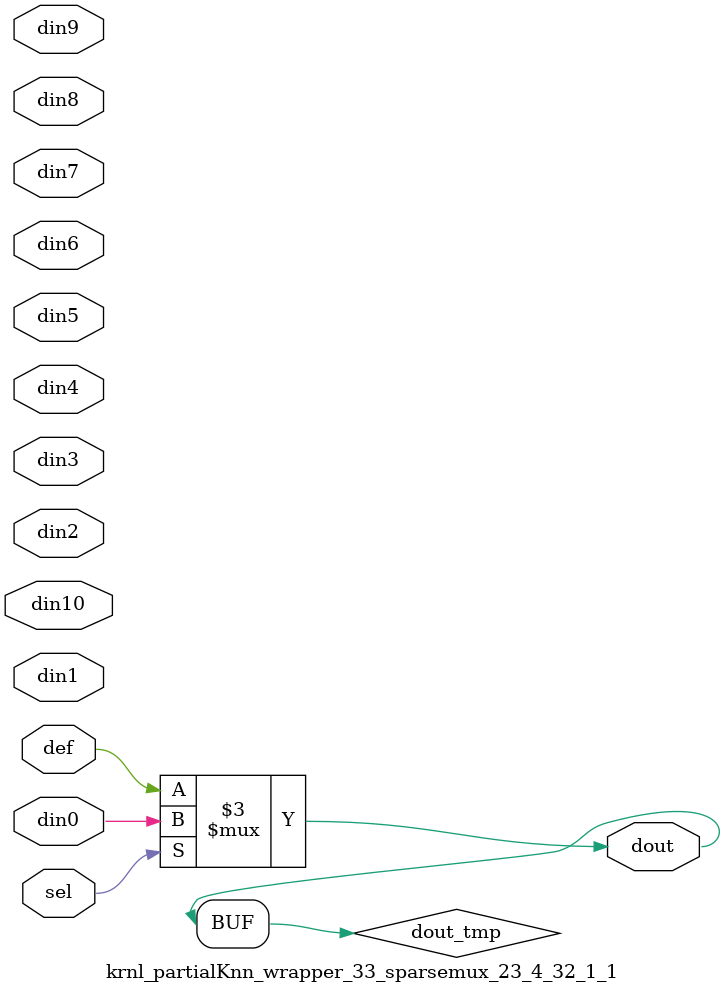
<source format=v>
`timescale 1 ns / 1 ps
module krnl_partialKnn_wrapper_33_sparsemux_23_4_32_1_1 (din0,din1,din2,din3,din4,din5,din6,din7,din8,din9,din10,def,sel,dout);
parameter din0_WIDTH = 1;
parameter din1_WIDTH = 1;
parameter din2_WIDTH = 1;
parameter din3_WIDTH = 1;
parameter din4_WIDTH = 1;
parameter din5_WIDTH = 1;
parameter din6_WIDTH = 1;
parameter din7_WIDTH = 1;
parameter din8_WIDTH = 1;
parameter din9_WIDTH = 1;
parameter din10_WIDTH = 1;
parameter def_WIDTH = 1;
parameter sel_WIDTH = 1;
parameter dout_WIDTH = 1;
parameter [sel_WIDTH-1:0] CASE0 = 1;
parameter [sel_WIDTH-1:0] CASE1 = 1;
parameter [sel_WIDTH-1:0] CASE2 = 1;
parameter [sel_WIDTH-1:0] CASE3 = 1;
parameter [sel_WIDTH-1:0] CASE4 = 1;
parameter [sel_WIDTH-1:0] CASE5 = 1;
parameter [sel_WIDTH-1:0] CASE6 = 1;
parameter [sel_WIDTH-1:0] CASE7 = 1;
parameter [sel_WIDTH-1:0] CASE8 = 1;
parameter [sel_WIDTH-1:0] CASE9 = 1;
parameter [sel_WIDTH-1:0] CASE10 = 1;
parameter ID = 1;
parameter NUM_STAGE = 1;
input [din0_WIDTH-1:0] din0;
input [din1_WIDTH-1:0] din1;
input [din2_WIDTH-1:0] din2;
input [din3_WIDTH-1:0] din3;
input [din4_WIDTH-1:0] din4;
input [din5_WIDTH-1:0] din5;
input [din6_WIDTH-1:0] din6;
input [din7_WIDTH-1:0] din7;
input [din8_WIDTH-1:0] din8;
input [din9_WIDTH-1:0] din9;
input [din10_WIDTH-1:0] din10;
input [def_WIDTH-1:0] def;
input [sel_WIDTH-1:0] sel;
output [dout_WIDTH-1:0] dout;
reg [dout_WIDTH-1:0] dout_tmp;
always @ (*) begin
case (sel)
    
    CASE0 : dout_tmp = din0;
    
    CASE1 : dout_tmp = din1;
    
    CASE2 : dout_tmp = din2;
    
    CASE3 : dout_tmp = din3;
    
    CASE4 : dout_tmp = din4;
    
    CASE5 : dout_tmp = din5;
    
    CASE6 : dout_tmp = din6;
    
    CASE7 : dout_tmp = din7;
    
    CASE8 : dout_tmp = din8;
    
    CASE9 : dout_tmp = din9;
    
    CASE10 : dout_tmp = din10;
    
    default : dout_tmp = def;
endcase
end
assign dout = dout_tmp;
endmodule
</source>
